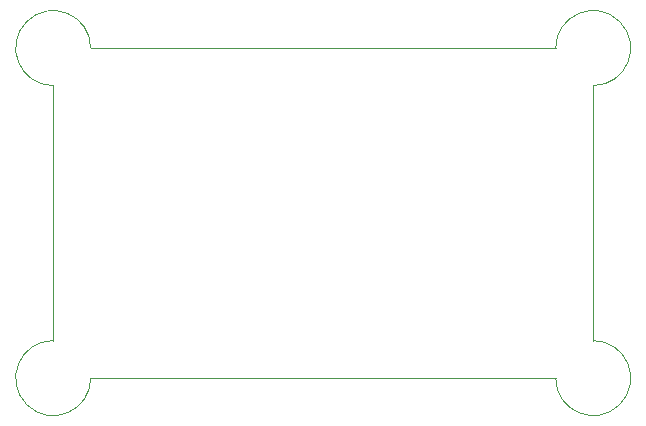
<source format=gbr>
%TF.GenerationSoftware,KiCad,Pcbnew,9.0.4*%
%TF.CreationDate,2025-09-30T03:14:49+08:00*%
%TF.ProjectId,MCU Datalogger,4d435520-4461-4746-916c-6f676765722e,1*%
%TF.SameCoordinates,Original*%
%TF.FileFunction,Profile,NP*%
%FSLAX46Y46*%
G04 Gerber Fmt 4.6, Leading zero omitted, Abs format (unit mm)*
G04 Created by KiCad (PCBNEW 9.0.4) date 2025-09-30 03:14:49*
%MOMM*%
%LPD*%
G01*
G04 APERTURE LIST*
%TA.AperFunction,Profile*%
%ADD10C,0.050000*%
%TD*%
G04 APERTURE END LIST*
D10*
X131445000Y-86360000D02*
X92075000Y-86360000D01*
X92075000Y-86360000D02*
G75*
G02*
X88900000Y-83185000I-3175000J0D01*
G01*
X134620000Y-83185000D02*
X134620000Y-61595000D01*
X92075000Y-58420000D02*
X131445000Y-58420000D01*
X131445000Y-58420000D02*
G75*
G02*
X134620000Y-61595000I3175000J0D01*
G01*
X134620000Y-83185000D02*
G75*
G02*
X131445000Y-86360000I0J-3175000D01*
G01*
X88900000Y-61595000D02*
G75*
G02*
X92075000Y-58420000I0J3175000D01*
G01*
X88900000Y-83185000D02*
X88900000Y-61595000D01*
M02*

</source>
